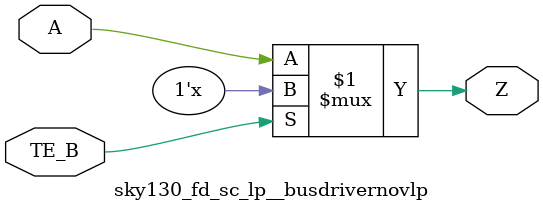
<source format=v>
module sky130_fd_sc_lp__busdrivernovlp (
    Z   ,
    A   ,
    TE_B
);
    output Z   ;
    input  A   ;
    input  TE_B;
    bufif0 bufif00 (Z     , A, TE_B        );
endmodule
</source>
